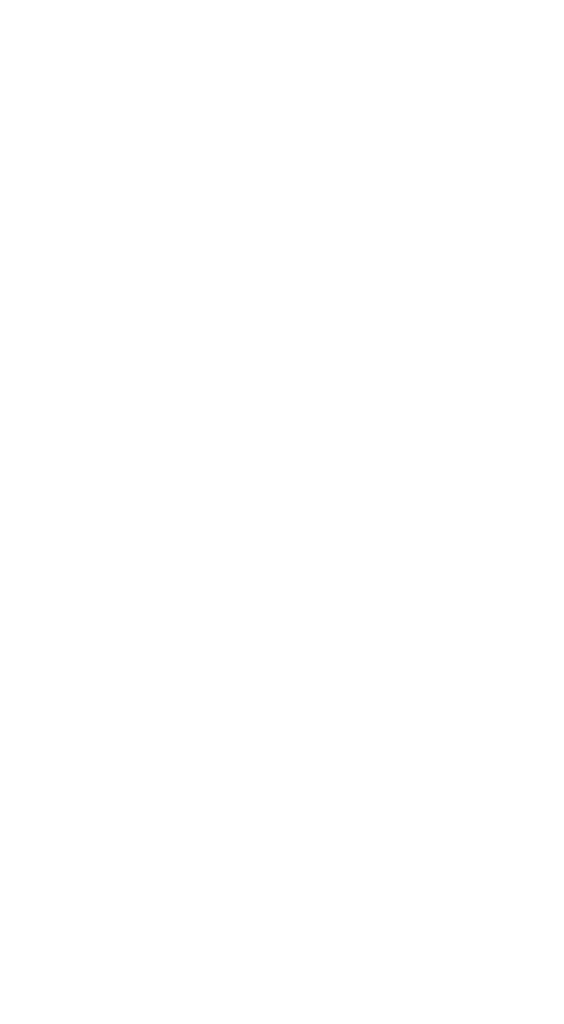
<source format=kicad_pcb>
(kicad_pcb (version 20171130) (host pcbnew "(5.0.1)-4")

  (general
    (thickness 1.6)
    (drawings 89)
    (tracks 0)
    (zones 0)
    (modules 0)
    (nets 1)
  )

  (page A4)
  (layers
    (0 F.Cu signal)
    (31 B.Cu signal)
    (32 B.Adhes user)
    (33 F.Adhes user)
    (34 B.Paste user)
    (35 F.Paste user)
    (36 B.SilkS user)
    (37 F.SilkS user)
    (38 B.Mask user)
    (39 F.Mask user)
    (40 Dwgs.User user)
    (41 Cmts.User user hide)
    (42 Eco1.User user)
    (43 Eco2.User user)
    (44 Edge.Cuts user)
    (45 Margin user)
    (46 B.CrtYd user)
    (47 F.CrtYd user)
    (48 B.Fab user)
    (49 F.Fab user)
  )

  (setup
    (last_trace_width 0.25)
    (trace_clearance 0.2)
    (zone_clearance 0.508)
    (zone_45_only no)
    (trace_min 0.2)
    (segment_width 0.3)
    (edge_width 0.2)
    (via_size 0.8)
    (via_drill 0.4)
    (via_min_size 0.4)
    (via_min_drill 0.3)
    (uvia_size 0.3)
    (uvia_drill 0.1)
    (uvias_allowed no)
    (uvia_min_size 0.2)
    (uvia_min_drill 0.1)
    (pcb_text_width 0.3)
    (pcb_text_size 1.5 1.5)
    (mod_edge_width 0.15)
    (mod_text_size 1 1)
    (mod_text_width 0.15)
    (pad_size 7 7)
    (pad_drill 6)
    (pad_to_mask_clearance 0.051)
    (solder_mask_min_width 0.25)
    (aux_axis_origin 0 0)
    (visible_elements 7FFFFFFF)
    (pcbplotparams
      (layerselection 0x010f0_ffffffff)
      (usegerberextensions false)
      (usegerberattributes false)
      (usegerberadvancedattributes false)
      (creategerberjobfile false)
      (excludeedgelayer true)
      (linewidth 0.100000)
      (plotframeref false)
      (viasonmask false)
      (mode 1)
      (useauxorigin false)
      (hpglpennumber 1)
      (hpglpenspeed 20)
      (hpglpendiameter 15.000000)
      (psnegative false)
      (psa4output false)
      (plotreference true)
      (plotvalue true)
      (plotinvisibletext false)
      (padsonsilk false)
      (subtractmaskfromsilk false)
      (outputformat 1)
      (mirror false)
      (drillshape 0)
      (scaleselection 1)
      (outputdirectory ""))
  )

  (net 0 "")

  (net_class Default "This is the default net class."
    (clearance 0.2)
    (trace_width 0.25)
    (via_dia 0.8)
    (via_drill 0.4)
    (uvia_dia 0.3)
    (uvia_drill 0.1)
  )

  (gr_circle (center 42.1 97.35) (end 48.6 97.35) (layer Eco2.User) (width 0.3))
  (gr_circle (center 33.25 106.3) (end 34.45 106.3) (layer Eco2.User) (width 0.3) (tstamp 5EACE616))
  (gr_circle (center 51.15 106.3) (end 52.35 106.3) (layer Eco2.User) (width 0.3) (tstamp 5EACE609))
  (gr_circle (center 51.15 88.4) (end 52.35 88.4) (layer Eco2.User) (width 0.3) (tstamp 5EACE5F1))
  (gr_circle (center 33.25 88.4) (end 34.45 88.4) (layer Eco2.User) (width 0.3))
  (gr_circle (center 8.4 105.35) (end 10 105.35) (layer Eco2.User) (width 0.3) (tstamp 5EACE50B))
  (gr_circle (center 8.35 113.05) (end 13 113.05) (layer Eco2.User) (width 0.3) (tstamp 5EACE4F6))
  (gr_circle (center 8.35 97.15) (end 13 97.15) (layer Eco2.User) (width 0.3) (tstamp 5EACE4E2))
  (gr_circle (center 8.35 81.25) (end 13 81.25) (layer Eco2.User) (width 0.3))
  (gr_circle (center 59.8 71.95) (end 62.35 71.95) (layer Eco2.User) (width 0.3) (tstamp 5EACE465))
  (gr_circle (center 51.25 71.95) (end 53.8 71.95) (layer Eco2.User) (width 0.3) (tstamp 5EACE44D))
  (gr_circle (center 42.05 71.95) (end 44.6 71.95) (layer Eco2.User) (width 0.3) (tstamp 5EACE43A))
  (gr_circle (center 16.3 71.9) (end 18.85 71.9) (layer Eco2.User) (width 0.3))
  (gr_circle (center 58.15 113.3) (end 59.75 113.3) (layer Eco2.User) (width 0.3) (tstamp 5EACE3AD))
  (gr_circle (center 26.2 113.25) (end 27.8 113.25) (layer Eco2.User) (width 0.3) (tstamp 5EACE39F))
  (gr_circle (center 58.15 81.4) (end 59.75 81.4) (layer Eco2.User) (width 0.3) (tstamp 5EACE368))
  (gr_circle (center 26.15 81.35) (end 27.75 81.35) (layer Eco2.User) (width 0.3) (tstamp 5EACE330))
  (gr_circle (center 33 71.9) (end 34.6 71.9) (layer Eco2.User) (width 0.3) (tstamp 5EACE318))
  (gr_circle (center 24.45 71.9) (end 26.05 71.9) (layer Eco2.User) (width 0.3) (tstamp 5EACE2E0))
  (gr_circle (center 64.9 50.85) (end 66.5 50.85) (layer Eco2.User) (width 0.3) (tstamp 5EACE2BD))
  (gr_circle (center 59.9 50.85) (end 61.5 50.85) (layer Eco2.User) (width 0.3) (tstamp 5EACE2A8))
  (gr_circle (center 51.35 50.85) (end 52.95 50.85) (layer Eco2.User) (width 0.3) (tstamp 5EACE280))
  (gr_circle (center 46.45 50.85) (end 48.05 50.85) (layer Eco2.User) (width 0.3) (tstamp 5EACE276))
  (gr_circle (center 8.4 50.85) (end 10 50.85) (layer Eco2.User) (width 0.3))
  (gr_line (start 64.3 58.15) (end 64.3 61.35) (layer Eco2.User) (width 0.2) (tstamp 5EACE1ED))
  (gr_arc (start 62.3 59.850001) (end 60.300001 61.350001) (angle -106.2602047) (layer Eco2.User) (width 0.2) (tstamp 5EACE1EC))
  (gr_arc (start 62.300001 59.65) (end 64.3 58.15) (angle -106.2602047) (layer Eco2.User) (width 0.2) (tstamp 5EACE1EB))
  (gr_arc (start 48.800001 59.65) (end 50.8 58.15) (angle -106.2602047) (layer Eco2.User) (width 0.2) (tstamp 5EACE1E7))
  (gr_line (start 50.8 58.15) (end 50.8 61.35) (layer Eco2.User) (width 0.2) (tstamp 5EACE1E6))
  (gr_arc (start 48.8 59.850001) (end 46.800001 61.350001) (angle -106.2602047) (layer Eco2.User) (width 0.2) (tstamp 5EACE1E5))
  (gr_line (start 60.3 61.35) (end 60.3 58.15) (layer Eco2.User) (width 0.2) (tstamp 5EACE1DA))
  (gr_line (start 46.8 61.35) (end 46.8 58.15) (layer Eco2.User) (width 0.2) (tstamp 5EACE1C4))
  (gr_circle (center 35.4 59.9) (end 38.7 59.9) (layer Eco2.User) (width 0.3) (tstamp 5EACE0BD))
  (gr_circle (center 21.95 59.9) (end 25.25 59.9) (layer Eco2.User) (width 0.3) (tstamp 5EACE091))
  (gr_circle (center 35.4 41.45) (end 38.7 41.45) (layer Eco2.User) (width 0.3) (tstamp 5EACE05A))
  (gr_circle (center 21.9 41.45) (end 25.2 41.45) (layer Eco2.User) (width 0.3) (tstamp 5EACE059))
  (gr_circle (center 48.95 41.5) (end 52.25 41.5) (layer Eco2.User) (width 0.05) (tstamp 5EACE058))
  (gr_circle (center 62.25 41.5) (end 65.55 41.5) (layer Eco2.User) (width 0.05) (tstamp 5EACE056))
  (gr_circle (center 8.4 41.45) (end 11.7 41.45) (layer Eco2.User) (width 0.05) (tstamp 5EACE04A))
  (gr_circle (center 21.9 28.5) (end 25.2 28.5) (layer Eco2.User) (width 0.3) (tstamp 5EACE037))
  (gr_circle (center 48.95 28.5) (end 52.25 28.5) (layer Eco2.User) (width 0.3) (tstamp 5EACE035))
  (gr_circle (center 35.4 28.5) (end 38.7 28.5) (layer Eco2.User) (width 0.3) (tstamp 5EACE034))
  (gr_circle (center 62.25 28.5) (end 65.55 28.5) (layer Eco2.User) (width 0.3) (tstamp 5EACE033))
  (gr_circle (center 8.4 28.5) (end 11.7 28.5) (layer Eco2.User) (width 0.3) (tstamp 5EACE01F))
  (gr_circle (center 62.25 15.7) (end 65.55 15.7) (layer Eco2.User) (width 0.05) (tstamp 5EACDFF4))
  (gr_circle (center 48.95 15.7) (end 52.25 15.7) (layer Eco2.User) (width 0.05) (tstamp 5EACDF79))
  (gr_circle (center 35.4 15.55) (end 38.7 15.55) (layer Eco2.User) (width 0.05) (tstamp 5EACDF67))
  (gr_circle (center 21.9 15.55) (end 25.2 15.55) (layer Eco2.User) (width 0.05) (tstamp 5EACDF52))
  (gr_circle (center 8.4 15.55) (end 11.7 15.55) (layer Eco2.User) (width 0.05))
  (gr_line (start 111.4 0.6) (end 111.4 -10.4) (layer Cmts.User) (width 0.2) (tstamp 5CA39965))
  (gr_line (start 3.7 -10.4) (end -1.6 -10.4) (layer Cmts.User) (width 0.2))
  (gr_line (start 106.3 0.6) (end 106.3 -10.4) (layer Cmts.User) (width 0.2) (tstamp 5CA39955))
  (gr_line (start 101.3 0.6) (end 101.3 -10.4) (layer Cmts.User) (width 0.2) (tstamp 5CA39946))
  (gr_line (start 91.3 0.6) (end 91.3 -10.4) (layer Cmts.User) (width 0.2) (tstamp 5CA3992B))
  (gr_line (start 80.9 0.6) (end 80.9 -10.4) (layer Cmts.User) (width 0.2) (tstamp 5CA39923))
  (gr_line (start 70.8 0.6) (end 70.8 -10.4) (layer Cmts.User) (width 0.2) (tstamp 5CA39919))
  (gr_line (start 60.6 0.6) (end 60.6 -10.4) (layer Cmts.User) (width 0.2) (tstamp 5CA39910))
  (gr_line (start 50.5 0.6) (end 50.5 -10.4) (layer Cmts.User) (width 0.2) (tstamp 5CA39904))
  (gr_line (start 40.3 0.6) (end 40.3 -10.4) (layer Cmts.User) (width 0.2) (tstamp 5CA398EC))
  (gr_line (start 30 0.6) (end 30 -10.4) (layer Cmts.User) (width 0.2) (tstamp 5CA398DC))
  (gr_line (start 20 0.6) (end 20 -10.4) (layer Cmts.User) (width 0.2) (tstamp 5CA398CC))
  (gr_line (start 9.8 0.6) (end 9.8 -10.4) (layer Cmts.User) (width 0.2) (tstamp 5CA398BF))
  (gr_line (start 5 0.6) (end 5 -10.4) (layer Cmts.User) (width 0.2))
  (gr_text "Horizontal Pitch" (at -14.5 -10.5) (layer Cmts.User)
    (effects (font (size 2 2) (thickness 0.3)))
  )
  (gr_text "22 hp" (at 111.4 -14.3 90) (layer Cmts.User)
    (effects (font (size 1.5 1.5) (thickness 0.3)))
  )
  (gr_text "21 hp" (at 106.3 -14.2 90) (layer Cmts.User)
    (effects (font (size 1.5 1.5) (thickness 0.3)))
  )
  (gr_text "20 hp" (at 101.3 -14.2 90) (layer Cmts.User)
    (effects (font (size 1.5 1.5) (thickness 0.3)))
  )
  (gr_text "18 hp" (at 91.4 -14.1 90) (layer Cmts.User)
    (effects (font (size 1.5 1.5) (thickness 0.3)))
  )
  (gr_text "16 hp" (at 80.8 -14.2 90) (layer Cmts.User)
    (effects (font (size 1.5 1.5) (thickness 0.3)))
  )
  (gr_text "14 hp" (at 70.8 -14.3 90) (layer Cmts.User)
    (effects (font (size 1.5 1.5) (thickness 0.3)))
  )
  (gr_text "12 hp" (at 60.5 -14.3 90) (layer Cmts.User)
    (effects (font (size 1.5 1.5) (thickness 0.3)))
  )
  (gr_text "10 hp" (at 50.6 -14.3 90) (layer Cmts.User)
    (effects (font (size 1.5 1.5) (thickness 0.3)))
  )
  (gr_text "8 hp" (at 40.3 -13.7 90) (layer Cmts.User)
    (effects (font (size 1.5 1.5) (thickness 0.3)))
  )
  (gr_text "6 hp" (at 30 -13.8 90) (layer Cmts.User)
    (effects (font (size 1.5 1.5) (thickness 0.3)))
  )
  (gr_text "4 hp" (at 19.9 -14 90) (layer Cmts.User)
    (effects (font (size 1.5 1.5) (thickness 0.3)))
  )
  (gr_text "2 hp" (at 9.8 -14 90) (layer Cmts.User)
    (effects (font (size 1.5 1.5) (thickness 0.3)))
  )
  (gr_text "1 hp" (at 4.9 -14 90) (layer Cmts.User)
    (effects (font (size 1.5 1.5) (thickness 0.3)))
  )
  (gr_line (start 70.8 0) (end 70.8 128.5) (layer Eco2.User) (width 0.2) (tstamp 5D941A31))
  (gr_circle (center 63.4 125.5) (end 65 125.5) (layer Eco2.User) (width 0.2) (tstamp 5D9418B2))
  (gr_circle (center 63.4 3) (end 65 3) (layer Eco2.User) (width 0.2) (tstamp 5D9418A9))
  (gr_circle (center 7.5 125.5) (end 9.1 125.5) (layer Eco2.User) (width 0.2) (tstamp 5D941897))
  (gr_circle (center 7.5 3) (end 9.1 3) (layer Eco2.User) (width 0.2))
  (gr_line (start 0 128.5) (end 0 0) (layer Eco2.User) (width 0.2))
  (gr_line (start 70.8 128.5) (end 0 128.5) (layer Eco2.User) (width 0.2))
  (gr_line (start 0 0) (end 70.8 0) (layer Eco2.User) (width 0.2))
  (gr_arc (start 8.3 59.850001) (end 6.300001 61.350001) (angle -106.2602047) (layer Eco2.User) (width 0.2) (tstamp 5D03221D))
  (gr_arc (start 8.300001 59.65) (end 10.3 58.15) (angle -106.2602047) (layer Eco2.User) (width 0.2))
  (gr_line (start 6.3 61.35) (end 6.3 58.15) (layer Eco2.User) (width 0.2) (tstamp 5D0321FC))
  (gr_line (start 10.3 58.15) (end 10.3 61.35) (layer Eco2.User) (width 0.2))

)

</source>
